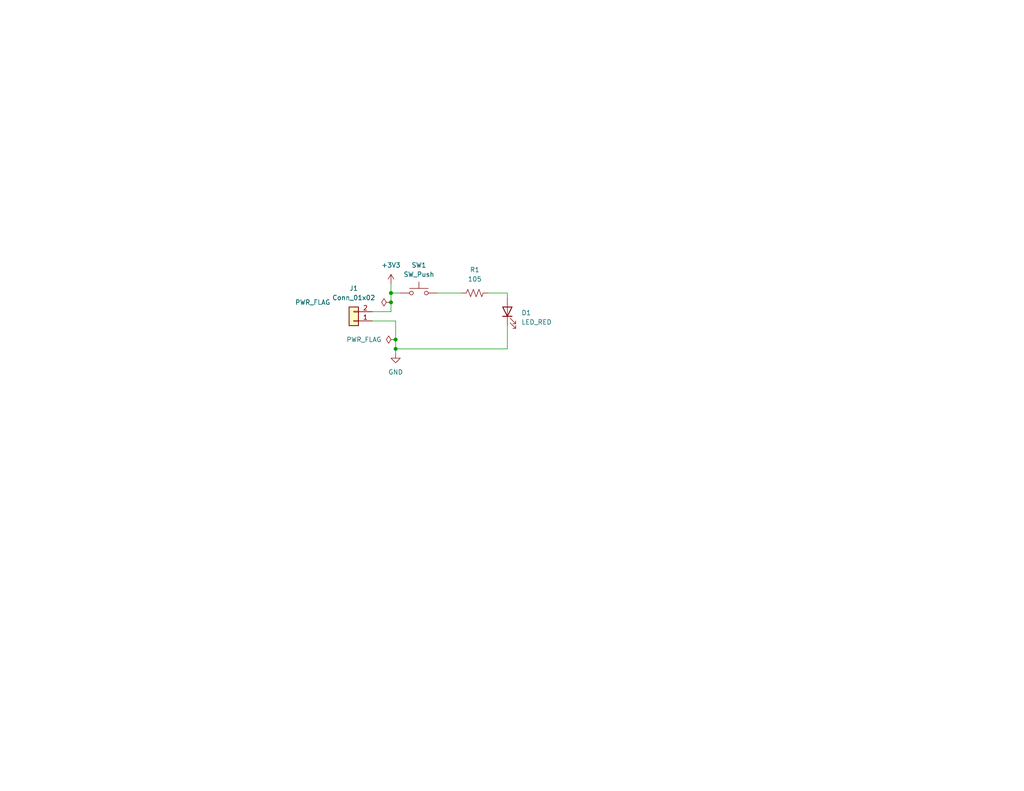
<source format=kicad_sch>
(kicad_sch (version 20230121) (generator eeschema)
  (paper "USLetter")
  (title_block (title "LED Circuit Onboarding Project") (date "2023-09-11") (rev "0.0") (company "Illini Solar Car") (comment 1 "Designed By: Nandini Rao"))
  (lib_symbols
    (symbol "Connector_Generic:Conn_01x02" (pin_names (offset 1.016) hide)
      (property "Reference" "J" (at 0 2.54 0))
      (property "Value" "Conn_01x02" (at 0 -5.08 0))
      (symbol "Conn_01x02_1_1"
        (rectangle (start -1.27 -2.413) (end 0 -2.667) (stroke (width 0.1524)))
        (rectangle (start -1.27 0.127) (end 0 -0.127) (stroke (width 0.1524)))
        (rectangle (start -1.27 1.27) (end 1.27 -3.81) (stroke (width 0.254)) (fill (type background)))
        (pin passive line (at -5.08 0 0) (length 3.81) (name "Pin_1") (number "1"))
        (pin passive line (at -5.08 -2.54 0) (length 3.81) (name "Pin_2") (number "2"))
      )
    )
    (symbol "Device:R_US" (pin_numbers hide) (pin_names (offset 0))
      (property "Reference" "R" (at 2.54 0 90))
      (property "Value" "R_US" (at -2.54 0 90))
      (symbol "R_US_0_1"
        (polyline (pts (xy 0 -2.286) (xy 0 -2.54)))
        (polyline (pts (xy 0 2.286) (xy 0 2.54)))
        (polyline (pts (xy 0 -0.762) (xy 1.016 -1.143) (xy 0 -1.524) (xy -1.016 -1.905) (xy 0 -2.286)))
        (polyline (pts (xy 0 0.762) (xy 1.016 0.381) (xy 0 0) (xy -1.016 -0.381) (xy 0 -0.762)))
        (polyline (pts (xy 0 2.286) (xy 1.016 1.905) (xy 0 1.524) (xy -1.016 1.143) (xy 0 0.762)))
      )
      (symbol "R_US_1_1"
        (pin passive line (at 0 3.81 270) (length 1.27) (name "~") (number "1"))
        (pin passive line (at 0 -3.81 90) (length 1.27) (name "~") (number "2"))
      )
    )
    (symbol "Switch:SW_Push" (pin_numbers hide) (pin_names (offset 1.016) hide)
      (property "Reference" "SW" (at 1.27 2.54 0))
      (property "Value" "SW_Push" (at 0 -1.524 0))
      (symbol "SW_Push_0_1"
        (circle (center -2.032 0) (radius 0.508))
        (polyline (pts (xy 0 1.27) (xy 0 3.048)))
        (polyline (pts (xy 2.54 1.27) (xy -2.54 1.27)))
        (circle (center 2.032 0) (radius 0.508))
        (pin passive line (at -5.08 0 0) (length 2.54) (name "1") (number "1"))
        (pin passive line (at 5.08 0 180) (length 2.54) (name "2") (number "2"))
      )
    )
    (symbol "device:LED" (pin_numbers hide) (pin_names (offset 1.016) hide)
      (property "Reference" "D" (at 0 2.54 0))
      (property "Value" "LED" (at 0 -2.54 0))
      (symbol "LED_0_1"
        (polyline (pts (xy -1.27 -1.27) (xy -1.27 1.27)) (stroke (width 0.254)))
        (polyline (pts (xy -1.27 0) (xy 1.27 0)))
        (polyline (pts (xy 1.27 -1.27) (xy 1.27 1.27) (xy -1.27 0) (xy 1.27 -1.27)) (stroke (width 0.254)))
        (polyline (pts (xy -3.048 -0.762) (xy -4.572 -2.286) (xy -3.81 -2.286) (xy -4.572 -2.286) (xy -4.572 -1.524)))
        (polyline (pts (xy -1.778 -0.762) (xy -3.302 -2.286) (xy -2.54 -2.286) (xy -3.302 -2.286) (xy -3.302 -1.524)))
      )
      (symbol "LED_1_1"
        (pin passive line (at -3.81 0 0) (length 2.54) (name "K") (number "1"))
        (pin passive line (at 3.81 0 180) (length 2.54) (name "A") (number "2"))
      )
    )
    (symbol "power:+3V3" (power) (pin_names (offset 0))
      (property "Value" "+3V3" (at 0 3.556 0))
      (symbol "+3V3_0_1"
        (polyline (pts (xy -0.762 1.27) (xy 0 2.54)))
        (polyline (pts (xy 0 0) (xy 0 2.54)))
        (polyline (pts (xy 0 2.54) (xy 0.762 1.27)))
      )
      (symbol "+3V3_1_1"
        (pin power_in line (at 0 0 90) (length 0) hide (name "+3V3") (number "1"))
      )
    )
    (symbol "power:GND" (power) (pin_names (offset 0))
      (property "Value" "GND" (at 0 -3.81 0))
      (symbol "GND_0_1"
        (polyline (pts (xy 0 0) (xy 0 -1.27) (xy 1.27 -1.27) (xy 0 -2.54) (xy -1.27 -1.27) (xy 0 -1.27)))
      )
      (symbol "GND_1_1"
        (pin power_in line (at 0 0 270) (length 0) hide (name "GND") (number "1"))
      )
    )
    (symbol "power:PWR_FLAG" (power) (pin_numbers hide) (pin_names (offset 0) hide)
      (property "Value" "PWR_FLAG" (at 0 3.81 0))
      (symbol "PWR_FLAG_0_0"
        (pin power_out line (at 0 0 90) (length 0) (name "pwr") (number "1"))
      )
      (symbol "PWR_FLAG_0_1"
        (polyline (pts (xy 0 0) (xy 0 1.27) (xy -1.016 1.905) (xy 0 2.54) (xy 1.016 1.905) (xy 0 1.27)))
      )
    )
  )
  (junction (at 106.68 82.55))
  (junction (at 107.95 92.71))
  (junction (at 107.95 95.25))
  (junction (at 106.68 80.01))
  (wire (pts (xy 107.95 95.25) (xy 138.43 95.25)))
  (wire (pts (xy 138.43 80.01) (xy 138.43 81.28)))
  (wire (pts (xy 133.35 80.01) (xy 138.43 80.01)))
  (wire (pts (xy 101.6 87.63) (xy 107.95 87.63)))
  (wire (pts (xy 107.95 92.71) (xy 107.95 95.25)))
  (wire (pts (xy 106.68 80.01) (xy 106.68 77.47)))
  (wire (pts (xy 106.68 85.09) (xy 106.68 82.55)))
  (wire (pts (xy 119.38 80.01) (xy 125.73 80.01)))
  (wire (pts (xy 107.95 95.25) (xy 107.95 96.52)))
  (wire (pts (xy 101.6 85.09) (xy 106.68 85.09)))
  (wire (pts (xy 107.95 87.63) (xy 107.95 92.71)))
  (wire (pts (xy 106.68 82.55) (xy 106.68 80.01)))
  (wire (pts (xy 138.43 88.9) (xy 138.43 95.25)))
  (wire (pts (xy 106.68 80.01) (xy 109.22 80.01)))
  (symbol (lib_id "power:PWR_FLAG") (at 106.68 82.55 90) (unit 1)
    (property "Reference" "#FLG01" (effects hide))
    (property "Value" "PWR_FLAG" (at 90.17 82.55 90) (effects (justify left)))
  )
  (symbol (lib_id "Connector_Generic:Conn_01x02") (at 96.52 87.63 180) (unit 1)
    (property "Reference" "J1" (at 96.52 78.74 0))
    (property "Value" "Conn_01x02" (at 96.52 81.28 0))
    (property "Footprint" "Connector_Molex:Molex_KK-254_AE-6410-02A_1x02_P2.54mm_Vertical" (effects hide))
    (property "Datasheet" "https://tools.molex.com/pdm_docs/sd/022272021_sd.pdf" (effects hide))
  )
  (symbol (lib_id "power:PWR_FLAG") (at 107.95 92.71 90) (unit 1)
    (property "Reference" "#FLG02" (effects hide))
    (property "Value" "PWR_FLAG" (at 104.14 92.71 90) (effects (justify left)))
  )
  (symbol (lib_id "Switch:SW_Push") (at 114.3 80.01 0) (unit 1)
    (property "Reference" "SW1" (at 114.3 72.39 0))
    (property "Value" "SW_Push" (at 114.3 74.93 0))
    (property "Footprint" "Button_Switch_SMD:SW_DIP_SPSTx01_Slide_6.7x4.1mm_W8.61mm_P2.54mm_LowProfile" (effects hide))
    (property "Datasheet" "https://www.digikey.com/en/products/detail/te-connectivity-alcoswitch-switches/1825910-6/1632536?utm_adgroup=Supplier_TE&utm_source=google&utm_medium=cpc&utm_campaign=EN_Product_SKU_MBR&utm_term=%2B1825910-6&utm_content=Supplier_TE&gclid=Cj0KCQjwp4j6BRCRARIsAGq4yMGhBEsv1v5KcRzgW34aOMlPkoRB4A-7BCN08FfGaiq_Dk_nlKJ0QU8aAhZPEALw_wcB" (effects hide))
  )
  (symbol (lib_id "device:LED") (at 138.43 85.09 90) (unit 1)
    (property "Reference" "D1" (at 142.24 85.4075 90) (effects (justify right)))
    (property "Value" "LED_RED" (at 142.24 87.9475 90) (effects (justify right)))
    (property "Footprint" "layout:LED_0603_Symbol_on_F.SilkS" (effects hide))
  )
  (symbol (lib_id "power:+3V3") (at 106.68 77.47 0) (unit 1)
    (property "Reference" "#PWR01" (effects hide))
    (property "Value" "+3V3" (at 106.68 72.39 0))
  )
  (symbol (lib_id "Device:R_US") (at 129.54 80.01 90) (unit 1)
    (property "Reference" "R1" (at 129.54 73.66 90))
    (property "Value" "105" (at 129.54 76.2 90))
    (property "Footprint" "Resistor_SMD:R_0603_1608Metric_Pad0.98x0.95mm_HandSolder" (effects hide))
  )
  (symbol (lib_id "power:GND") (at 107.95 96.52 0) (unit 1)
    (property "Reference" "#PWR02" (effects hide))
    (property "Value" "GND" (at 107.95 101.6 0))
  )
)
</source>
